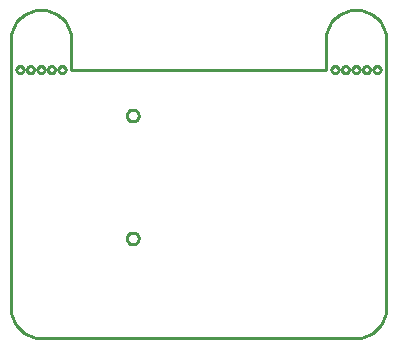
<source format=gbr>
G04 EAGLE Gerber RS-274X export*
G75*
%MOMM*%
%FSLAX34Y34*%
%LPD*%
%IN*%
%IPPOS*%
%AMOC8*
5,1,8,0,0,1.08239X$1,22.5*%
G01*
%ADD10C,0.254000*%


D10*
X-15240Y-62230D02*
X-15143Y-64444D01*
X-14854Y-66641D01*
X-14375Y-68804D01*
X-13708Y-70917D01*
X-12860Y-72965D01*
X-11837Y-74930D01*
X-10646Y-76799D01*
X-9298Y-78557D01*
X-7801Y-80191D01*
X-6167Y-81688D01*
X-4409Y-83036D01*
X-2540Y-84227D01*
X-575Y-85250D01*
X1473Y-86098D01*
X3586Y-86765D01*
X5749Y-87244D01*
X7946Y-87533D01*
X10160Y-87630D01*
X276860Y-87630D01*
X279074Y-87533D01*
X281271Y-87244D01*
X283434Y-86765D01*
X285547Y-86098D01*
X287595Y-85250D01*
X289560Y-84227D01*
X291429Y-83036D01*
X293187Y-81688D01*
X294821Y-80191D01*
X296318Y-78557D01*
X297666Y-76799D01*
X298857Y-74930D01*
X299880Y-72965D01*
X300728Y-70917D01*
X301395Y-68804D01*
X301874Y-66641D01*
X302163Y-64444D01*
X302260Y-62230D01*
X302260Y165100D01*
X302163Y167314D01*
X301874Y169511D01*
X301395Y171674D01*
X300728Y173787D01*
X299880Y175835D01*
X298857Y177800D01*
X297666Y179669D01*
X296318Y181427D01*
X294821Y183061D01*
X293187Y184558D01*
X291429Y185906D01*
X289560Y187097D01*
X287595Y188120D01*
X285547Y188968D01*
X283434Y189635D01*
X281271Y190114D01*
X279074Y190403D01*
X276860Y190500D01*
X274646Y190403D01*
X272449Y190114D01*
X270286Y189635D01*
X268173Y188968D01*
X266126Y188120D01*
X264160Y187097D01*
X262291Y185906D01*
X260533Y184558D01*
X258900Y183061D01*
X257402Y181427D01*
X256054Y179669D01*
X254863Y177800D01*
X253840Y175835D01*
X252992Y173787D01*
X252325Y171674D01*
X251846Y169511D01*
X251557Y167314D01*
X251460Y165100D01*
X251460Y139700D01*
X35560Y139700D01*
X35560Y165100D01*
X35463Y167314D01*
X35174Y169511D01*
X34695Y171674D01*
X34028Y173787D01*
X33180Y175835D01*
X32157Y177800D01*
X30966Y179669D01*
X29618Y181427D01*
X28121Y183061D01*
X26487Y184558D01*
X24729Y185906D01*
X22860Y187097D01*
X20895Y188120D01*
X18847Y188968D01*
X16734Y189635D01*
X14571Y190114D01*
X12374Y190403D01*
X10160Y190500D01*
X7946Y190403D01*
X5749Y190114D01*
X3586Y189635D01*
X1473Y188968D01*
X-575Y188120D01*
X-2540Y187097D01*
X-4409Y185906D01*
X-6167Y184558D01*
X-7801Y183061D01*
X-9298Y181427D01*
X-10646Y179669D01*
X-11837Y177800D01*
X-12860Y175835D01*
X-13708Y173787D01*
X-14375Y171674D01*
X-14854Y169511D01*
X-15143Y167314D01*
X-15240Y165100D01*
X-15240Y-62230D01*
X30940Y139464D02*
X30866Y138998D01*
X30720Y138548D01*
X30506Y138128D01*
X30228Y137746D01*
X29894Y137412D01*
X29512Y137134D01*
X29092Y136920D01*
X28643Y136774D01*
X28176Y136700D01*
X27704Y136700D01*
X27238Y136774D01*
X26788Y136920D01*
X26368Y137134D01*
X25986Y137412D01*
X25652Y137746D01*
X25374Y138128D01*
X25160Y138548D01*
X25014Y138998D01*
X24940Y139464D01*
X24940Y139936D01*
X25014Y140403D01*
X25160Y140852D01*
X25374Y141272D01*
X25652Y141654D01*
X25986Y141988D01*
X26368Y142266D01*
X26788Y142480D01*
X27238Y142626D01*
X27704Y142700D01*
X28176Y142700D01*
X28643Y142626D01*
X29092Y142480D01*
X29512Y142266D01*
X29894Y141988D01*
X30228Y141654D01*
X30506Y141272D01*
X30720Y140852D01*
X30866Y140403D01*
X30940Y139936D01*
X30940Y139464D01*
X22050Y139464D02*
X21976Y138998D01*
X21830Y138548D01*
X21616Y138128D01*
X21338Y137746D01*
X21004Y137412D01*
X20622Y137134D01*
X20202Y136920D01*
X19753Y136774D01*
X19286Y136700D01*
X18814Y136700D01*
X18348Y136774D01*
X17898Y136920D01*
X17478Y137134D01*
X17096Y137412D01*
X16762Y137746D01*
X16484Y138128D01*
X16270Y138548D01*
X16124Y138998D01*
X16050Y139464D01*
X16050Y139936D01*
X16124Y140403D01*
X16270Y140852D01*
X16484Y141272D01*
X16762Y141654D01*
X17096Y141988D01*
X17478Y142266D01*
X17898Y142480D01*
X18348Y142626D01*
X18814Y142700D01*
X19286Y142700D01*
X19753Y142626D01*
X20202Y142480D01*
X20622Y142266D01*
X21004Y141988D01*
X21338Y141654D01*
X21616Y141272D01*
X21830Y140852D01*
X21976Y140403D01*
X22050Y139936D01*
X22050Y139464D01*
X13160Y139464D02*
X13086Y138998D01*
X12940Y138548D01*
X12726Y138128D01*
X12448Y137746D01*
X12114Y137412D01*
X11732Y137134D01*
X11312Y136920D01*
X10863Y136774D01*
X10396Y136700D01*
X9924Y136700D01*
X9458Y136774D01*
X9008Y136920D01*
X8588Y137134D01*
X8206Y137412D01*
X7872Y137746D01*
X7594Y138128D01*
X7380Y138548D01*
X7234Y138998D01*
X7160Y139464D01*
X7160Y139936D01*
X7234Y140403D01*
X7380Y140852D01*
X7594Y141272D01*
X7872Y141654D01*
X8206Y141988D01*
X8588Y142266D01*
X9008Y142480D01*
X9458Y142626D01*
X9924Y142700D01*
X10396Y142700D01*
X10863Y142626D01*
X11312Y142480D01*
X11732Y142266D01*
X12114Y141988D01*
X12448Y141654D01*
X12726Y141272D01*
X12940Y140852D01*
X13086Y140403D01*
X13160Y139936D01*
X13160Y139464D01*
X4270Y139464D02*
X4196Y138998D01*
X4050Y138548D01*
X3836Y138128D01*
X3558Y137746D01*
X3224Y137412D01*
X2842Y137134D01*
X2422Y136920D01*
X1973Y136774D01*
X1506Y136700D01*
X1034Y136700D01*
X568Y136774D01*
X118Y136920D01*
X-302Y137134D01*
X-684Y137412D01*
X-1018Y137746D01*
X-1296Y138128D01*
X-1510Y138548D01*
X-1656Y138998D01*
X-1730Y139464D01*
X-1730Y139936D01*
X-1656Y140403D01*
X-1510Y140852D01*
X-1296Y141272D01*
X-1018Y141654D01*
X-684Y141988D01*
X-302Y142266D01*
X118Y142480D01*
X568Y142626D01*
X1034Y142700D01*
X1506Y142700D01*
X1973Y142626D01*
X2422Y142480D01*
X2842Y142266D01*
X3224Y141988D01*
X3558Y141654D01*
X3836Y141272D01*
X4050Y140852D01*
X4196Y140403D01*
X4270Y139936D01*
X4270Y139464D01*
X-4620Y139464D02*
X-4694Y138998D01*
X-4840Y138548D01*
X-5054Y138128D01*
X-5332Y137746D01*
X-5666Y137412D01*
X-6048Y137134D01*
X-6468Y136920D01*
X-6918Y136774D01*
X-7384Y136700D01*
X-7856Y136700D01*
X-8323Y136774D01*
X-8772Y136920D01*
X-9192Y137134D01*
X-9574Y137412D01*
X-9908Y137746D01*
X-10186Y138128D01*
X-10400Y138548D01*
X-10546Y138998D01*
X-10620Y139464D01*
X-10620Y139936D01*
X-10546Y140403D01*
X-10400Y140852D01*
X-10186Y141272D01*
X-9908Y141654D01*
X-9574Y141988D01*
X-9192Y142266D01*
X-8772Y142480D01*
X-8323Y142626D01*
X-7856Y142700D01*
X-7384Y142700D01*
X-6918Y142626D01*
X-6468Y142480D01*
X-6048Y142266D01*
X-5666Y141988D01*
X-5332Y141654D01*
X-5054Y141272D01*
X-4840Y140852D01*
X-4694Y140403D01*
X-4620Y139936D01*
X-4620Y139464D01*
X297640Y139464D02*
X297566Y138998D01*
X297420Y138548D01*
X297206Y138128D01*
X296928Y137746D01*
X296594Y137412D01*
X296212Y137134D01*
X295792Y136920D01*
X295343Y136774D01*
X294876Y136700D01*
X294404Y136700D01*
X293938Y136774D01*
X293488Y136920D01*
X293068Y137134D01*
X292686Y137412D01*
X292352Y137746D01*
X292074Y138128D01*
X291860Y138548D01*
X291714Y138998D01*
X291640Y139464D01*
X291640Y139936D01*
X291714Y140403D01*
X291860Y140852D01*
X292074Y141272D01*
X292352Y141654D01*
X292686Y141988D01*
X293068Y142266D01*
X293488Y142480D01*
X293938Y142626D01*
X294404Y142700D01*
X294876Y142700D01*
X295343Y142626D01*
X295792Y142480D01*
X296212Y142266D01*
X296594Y141988D01*
X296928Y141654D01*
X297206Y141272D01*
X297420Y140852D01*
X297566Y140403D01*
X297640Y139936D01*
X297640Y139464D01*
X288750Y139464D02*
X288676Y138998D01*
X288530Y138548D01*
X288316Y138128D01*
X288038Y137746D01*
X287704Y137412D01*
X287322Y137134D01*
X286902Y136920D01*
X286453Y136774D01*
X285986Y136700D01*
X285514Y136700D01*
X285048Y136774D01*
X284598Y136920D01*
X284178Y137134D01*
X283796Y137412D01*
X283462Y137746D01*
X283184Y138128D01*
X282970Y138548D01*
X282824Y138998D01*
X282750Y139464D01*
X282750Y139936D01*
X282824Y140403D01*
X282970Y140852D01*
X283184Y141272D01*
X283462Y141654D01*
X283796Y141988D01*
X284178Y142266D01*
X284598Y142480D01*
X285048Y142626D01*
X285514Y142700D01*
X285986Y142700D01*
X286453Y142626D01*
X286902Y142480D01*
X287322Y142266D01*
X287704Y141988D01*
X288038Y141654D01*
X288316Y141272D01*
X288530Y140852D01*
X288676Y140403D01*
X288750Y139936D01*
X288750Y139464D01*
X279860Y139464D02*
X279786Y138998D01*
X279640Y138548D01*
X279426Y138128D01*
X279148Y137746D01*
X278814Y137412D01*
X278432Y137134D01*
X278012Y136920D01*
X277563Y136774D01*
X277096Y136700D01*
X276624Y136700D01*
X276158Y136774D01*
X275708Y136920D01*
X275288Y137134D01*
X274906Y137412D01*
X274572Y137746D01*
X274294Y138128D01*
X274080Y138548D01*
X273934Y138998D01*
X273860Y139464D01*
X273860Y139936D01*
X273934Y140403D01*
X274080Y140852D01*
X274294Y141272D01*
X274572Y141654D01*
X274906Y141988D01*
X275288Y142266D01*
X275708Y142480D01*
X276158Y142626D01*
X276624Y142700D01*
X277096Y142700D01*
X277563Y142626D01*
X278012Y142480D01*
X278432Y142266D01*
X278814Y141988D01*
X279148Y141654D01*
X279426Y141272D01*
X279640Y140852D01*
X279786Y140403D01*
X279860Y139936D01*
X279860Y139464D01*
X270970Y139464D02*
X270896Y138998D01*
X270750Y138548D01*
X270536Y138128D01*
X270258Y137746D01*
X269924Y137412D01*
X269542Y137134D01*
X269122Y136920D01*
X268673Y136774D01*
X268206Y136700D01*
X267734Y136700D01*
X267268Y136774D01*
X266818Y136920D01*
X266398Y137134D01*
X266016Y137412D01*
X265682Y137746D01*
X265404Y138128D01*
X265190Y138548D01*
X265044Y138998D01*
X264970Y139464D01*
X264970Y139936D01*
X265044Y140403D01*
X265190Y140852D01*
X265404Y141272D01*
X265682Y141654D01*
X266016Y141988D01*
X266398Y142266D01*
X266818Y142480D01*
X267268Y142626D01*
X267734Y142700D01*
X268206Y142700D01*
X268673Y142626D01*
X269122Y142480D01*
X269542Y142266D01*
X269924Y141988D01*
X270258Y141654D01*
X270536Y141272D01*
X270750Y140852D01*
X270896Y140403D01*
X270970Y139936D01*
X270970Y139464D01*
X262080Y139464D02*
X262006Y138998D01*
X261860Y138548D01*
X261646Y138128D01*
X261368Y137746D01*
X261034Y137412D01*
X260652Y137134D01*
X260232Y136920D01*
X259783Y136774D01*
X259316Y136700D01*
X258844Y136700D01*
X258378Y136774D01*
X257928Y136920D01*
X257508Y137134D01*
X257126Y137412D01*
X256792Y137746D01*
X256514Y138128D01*
X256300Y138548D01*
X256154Y138998D01*
X256080Y139464D01*
X256080Y139936D01*
X256154Y140403D01*
X256300Y140852D01*
X256514Y141272D01*
X256792Y141654D01*
X257126Y141988D01*
X257508Y142266D01*
X257928Y142480D01*
X258378Y142626D01*
X258844Y142700D01*
X259316Y142700D01*
X259783Y142626D01*
X260232Y142480D01*
X260652Y142266D01*
X261034Y141988D01*
X261368Y141654D01*
X261646Y141272D01*
X261860Y140852D01*
X262006Y140403D01*
X262080Y139936D01*
X262080Y139464D01*
X87559Y1860D02*
X87001Y1797D01*
X86454Y1672D01*
X85924Y1487D01*
X85418Y1243D01*
X84942Y944D01*
X84503Y594D01*
X84106Y197D01*
X83756Y-242D01*
X83457Y-718D01*
X83213Y-1224D01*
X83028Y-1754D01*
X82903Y-2301D01*
X82840Y-2859D01*
X82840Y-3421D01*
X82903Y-3979D01*
X83028Y-4526D01*
X83213Y-5056D01*
X83457Y-5562D01*
X83756Y-6038D01*
X84106Y-6477D01*
X84503Y-6874D01*
X84942Y-7224D01*
X85418Y-7523D01*
X85924Y-7767D01*
X86454Y-7952D01*
X87001Y-8077D01*
X87559Y-8140D01*
X88121Y-8140D01*
X88679Y-8077D01*
X89226Y-7952D01*
X89756Y-7767D01*
X90262Y-7523D01*
X90738Y-7224D01*
X91177Y-6874D01*
X91574Y-6477D01*
X91924Y-6038D01*
X92223Y-5562D01*
X92467Y-5056D01*
X92652Y-4526D01*
X92777Y-3979D01*
X92840Y-3421D01*
X92840Y-2859D01*
X92777Y-2301D01*
X92652Y-1754D01*
X92467Y-1224D01*
X92223Y-718D01*
X91924Y-242D01*
X91574Y197D01*
X91177Y594D01*
X90738Y944D01*
X90262Y1243D01*
X89756Y1487D01*
X89226Y1672D01*
X88679Y1797D01*
X88121Y1860D01*
X87559Y1860D01*
X87559Y105860D02*
X87001Y105797D01*
X86454Y105672D01*
X85924Y105487D01*
X85418Y105243D01*
X84942Y104944D01*
X84503Y104594D01*
X84106Y104197D01*
X83756Y103758D01*
X83457Y103282D01*
X83213Y102776D01*
X83028Y102246D01*
X82903Y101699D01*
X82840Y101141D01*
X82840Y100579D01*
X82903Y100021D01*
X83028Y99474D01*
X83213Y98944D01*
X83457Y98438D01*
X83756Y97962D01*
X84106Y97523D01*
X84503Y97126D01*
X84942Y96776D01*
X85418Y96477D01*
X85924Y96233D01*
X86454Y96048D01*
X87001Y95923D01*
X87559Y95860D01*
X88121Y95860D01*
X88679Y95923D01*
X89226Y96048D01*
X89756Y96233D01*
X90262Y96477D01*
X90738Y96776D01*
X91177Y97126D01*
X91574Y97523D01*
X91924Y97962D01*
X92223Y98438D01*
X92467Y98944D01*
X92652Y99474D01*
X92777Y100021D01*
X92840Y100579D01*
X92840Y101141D01*
X92777Y101699D01*
X92652Y102246D01*
X92467Y102776D01*
X92223Y103282D01*
X91924Y103758D01*
X91574Y104197D01*
X91177Y104594D01*
X90738Y104944D01*
X90262Y105243D01*
X89756Y105487D01*
X89226Y105672D01*
X88679Y105797D01*
X88121Y105860D01*
X87559Y105860D01*
M02*

</source>
